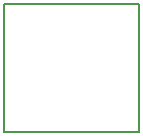
<source format=gbr>
G04 #@! TF.FileFunction,Profile,NP*
%FSLAX46Y46*%
G04 Gerber Fmt 4.6, Leading zero omitted, Abs format (unit mm)*
G04 Created by KiCad (PCBNEW 4.0.1-stable) date 2017/04/11 22:09:21*
%MOMM*%
G01*
G04 APERTURE LIST*
%ADD10C,0.100000*%
%ADD11C,0.150000*%
G04 APERTURE END LIST*
D10*
D11*
X154305000Y-102235000D02*
X154305000Y-113030000D01*
X142875000Y-102235000D02*
X142875000Y-113030000D01*
X142875000Y-113030000D02*
X154305000Y-113030000D01*
X154305000Y-102235000D02*
X142875000Y-102235000D01*
M02*

</source>
